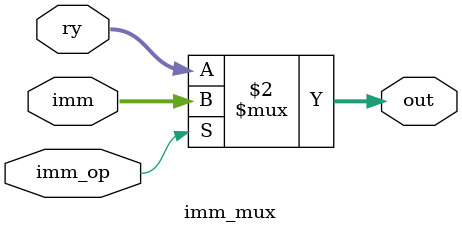
<source format=v>
`timescale 1ns / 1ps


module imm_mux(
    input imm_op,
    input [7:0]ry,
    input [7:0]imm,
    output [7:0]out
);

    assign out = (imm_op == 1'b1) ? imm : ry;
endmodule
</source>
